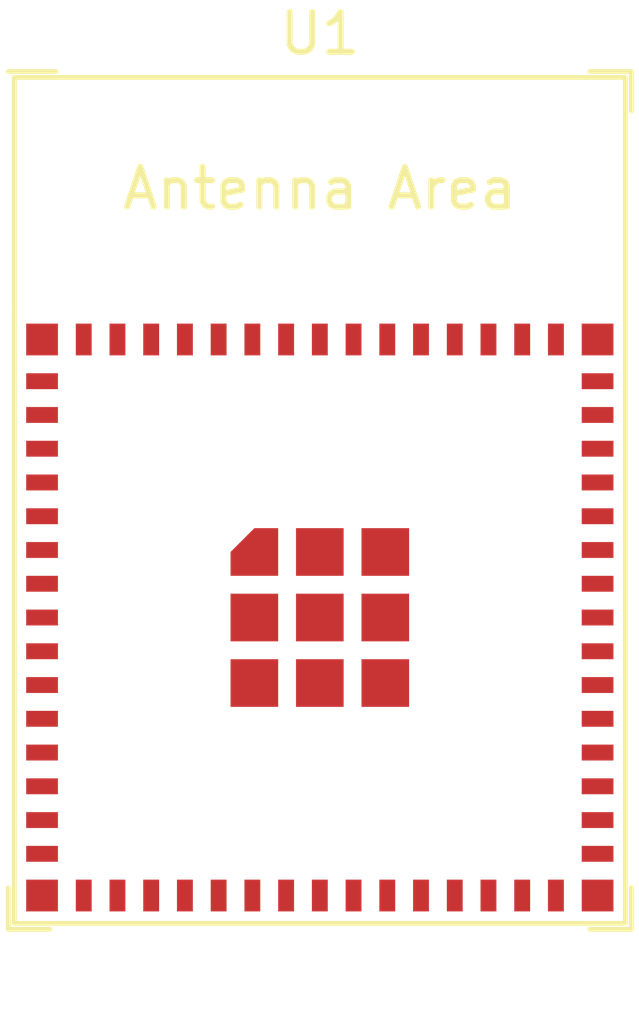
<source format=kicad_pcb>
(kicad_pcb (version 20241229) (generator "pcbnew") (generator_version "9.0")
  (layers (0 "F.Cu" signal) (2 "B.Cu" signal) (13 "F.Paste" user) (15 "B.Paste" user) (5 "F.SilkS" user "F.Silkscreen") (7 "B.SilkS" user "B.Silkscreen") (1 "F.Mask" user) (3 "B.Mask" user) (25 "Edge.Cuts" user))
  (net 0 "")
  (net 5 "Net-(U1-GND-Pad1)")
  (footprint "PCM_Espressif:ESP32-C5-MINI-1" (layer "F.Cu") (at 150 100)
    (property "Reference" "U1" (at 0 -14.7 0) (layer "F.SilkS"))
    (property "Value" "ESP32-C5-MINI-1")
    (fp_line (start -7.85 7.85) (end -7.85 6.8) (stroke (width 0.12)) (layer "F.SilkS"))
    (fp_line (start -7.7 -13.6) (end -7.7 -7.7) (stroke (width 0.12)) (layer "F.SilkS"))
    (fp_line (start -7.7 -13.6) (end 7.7 -13.6) (stroke (width 0.12)) (layer "F.SilkS"))
    (fp_line (start -7.7 7.7) (end -7.7 -7.7) (stroke (width 0.12)) (layer "F.SilkS"))
    (fp_line (start -6.8 7.85) (end -7.85 7.85) (stroke (width 0.12)) (layer "F.SilkS"))
    (fp_line (start -6.65 -13.75) (end -7.85 -13.75) (stroke (width 0.12)) (layer "F.SilkS"))
    (fp_line (start 6.8 -13.75) (end 7.85 -13.75) (stroke (width 0.12)) (layer "F.SilkS"))
    (fp_line (start 6.8 7.85) (end 7.85 7.85) (stroke (width 0.12)) (layer "F.SilkS"))
    (fp_line (start 7.7 -13.6) (end 7.7 -7.7) (stroke (width 0.12)) (layer "F.SilkS"))
    (fp_line (start 7.7 -7.7) (end 7.7 7.7) (stroke (width 0.12)) (layer "F.SilkS"))
    (fp_line (start 7.7 7.7) (end -7.7 7.7) (stroke (width 0.12)) (layer "F.SilkS"))
    (fp_line (start 7.85 -13.75) (end 7.85 -12.75) (stroke (width 0.12)) (layer "F.SilkS"))
    (fp_line (start 7.85 7.85) (end 7.85 6.8) (stroke (width 0.12)) (layer "F.SilkS"))
    (fp_text user "Antenna Area" (at 0 -10.8 0) (layer "F.SilkS"))
    (pad "1" smd rect (at -7 -5.95 90) (size 0.4 0.8) (layers "F.Cu" "F.Mask" "F.Paste") (net 5 "Net-(U1-GND-Pad1)"))
    (pad "2" smd rect (at -7 -5.1 90) (size 0.4 0.8) (layers "F.Cu" "F.Mask" "F.Paste") (net 5 "Net-(U1-GND-Pad1)"))
    (pad "3" smd rect (at -7 -4.25 90) (size 0.4 0.8) (layers "F.Cu" "F.Mask" "F.Paste"))
    (pad "4" smd rect (at -7 -3.4 90) (size 0.4 0.8) (layers "F.Cu" "F.Mask" "F.Paste"))
    (pad "5" smd rect (at -7 -2.55 90) (size 0.4 0.8) (layers "F.Cu" "F.Mask" "F.Paste"))
    (pad "6" smd rect (at -7 -1.7 90) (size 0.4 0.8) (layers "F.Cu" "F.Mask" "F.Paste"))
    (pad "7" smd rect (at -7 -0.85 90) (size 0.4 0.8) (layers "F.Cu" "F.Mask" "F.Paste"))
    (pad "8" smd rect (at -7 0 90) (size 0.4 0.8) (layers "F.Cu" "F.Mask" "F.Paste"))
    (pad "9" smd rect (at -7 0.85 90) (size 0.4 0.8) (layers "F.Cu" "F.Mask" "F.Paste"))
    (pad "10" smd rect (at -7 1.7 90) (size 0.4 0.8) (layers "F.Cu" "F.Mask" "F.Paste"))
    (pad "11" smd rect (at -7 2.55 90) (size 0.4 0.8) (layers "F.Cu" "F.Mask" "F.Paste"))
    (pad "12" smd rect (at -7 3.4 90) (size 0.4 0.8) (layers "F.Cu" "F.Mask" "F.Paste"))
    (pad "13" smd rect (at -7 4.25 90) (size 0.4 0.8) (layers "F.Cu" "F.Mask" "F.Paste"))
    (pad "14" smd rect (at -7 5.1 90) (size 0.4 0.8) (layers "F.Cu" "F.Mask" "F.Paste"))
    (pad "15" smd rect (at -7 5.95 90) (size 0.4 0.8) (layers "F.Cu" "F.Mask" "F.Paste"))
    (pad "16" smd rect (at -5.95 7) (size 0.4 0.8) (layers "F.Cu" "F.Mask" "F.Paste"))
    (pad "17" smd rect (at -5.1 7) (size 0.4 0.8) (layers "F.Cu" "F.Mask" "F.Paste"))
    (pad "18" smd rect (at -4.25 7) (size 0.4 0.8) (layers "F.Cu" "F.Mask" "F.Paste"))
    (pad "19" smd rect (at -3.4 7) (size 0.4 0.8) (layers "F.Cu" "F.Mask" "F.Paste"))
    (pad "20" smd rect (at -2.55 7) (size 0.4 0.8) (layers "F.Cu" "F.Mask" "F.Paste"))
    (pad "21" smd rect (at -1.7 7) (size 0.4 0.8) (layers "F.Cu" "F.Mask" "F.Paste"))
    (pad "22" smd rect (at -0.85 7) (size 0.4 0.8) (layers "F.Cu" "F.Mask" "F.Paste"))
    (pad "23" smd rect (at 0 7) (size 0.4 0.8) (layers "F.Cu" "F.Mask" "F.Paste"))
    (pad "24" smd rect (at 0.85 7) (size 0.4 0.8) (layers "F.Cu" "F.Mask" "F.Paste"))
    (pad "25" smd rect (at 1.7 7) (size 0.4 0.8) (layers "F.Cu" "F.Mask" "F.Paste"))
    (pad "26" smd rect (at 2.55 7) (size 0.4 0.8) (layers "F.Cu" "F.Mask" "F.Paste"))
    (pad "27" smd rect (at 3.4 7) (size 0.4 0.8) (layers "F.Cu" "F.Mask" "F.Paste"))
    (pad "28" smd rect (at 4.25 7) (size 0.4 0.8) (layers "F.Cu" "F.Mask" "F.Paste"))
    (pad "29" smd rect (at 5.1 7) (size 0.4 0.8) (layers "F.Cu" "F.Mask" "F.Paste"))
    (pad "30" smd rect (at 5.95 7) (size 0.4 0.8) (layers "F.Cu" "F.Mask" "F.Paste"))
    (pad "31" smd rect (at 7 5.95 90) (size 0.4 0.8) (layers "F.Cu" "F.Mask" "F.Paste"))
    (pad "32" smd rect (at 7 5.1 90) (size 0.4 0.8) (layers "F.Cu" "F.Mask" "F.Paste"))
    (pad "33" smd rect (at 7 4.25 90) (size 0.4 0.8) (layers "F.Cu" "F.Mask" "F.Paste"))
    (pad "34" smd rect (at 7 3.4 90) (size 0.4 0.8) (layers "F.Cu" "F.Mask" "F.Paste"))
    (pad "35" smd rect (at 7 2.55 90) (size 0.4 0.8) (layers "F.Cu" "F.Mask" "F.Paste"))
    (pad "36" smd rect (at 7 1.7 90) (size 0.4 0.8) (layers "F.Cu" "F.Mask" "F.Paste"))
    (pad "37" smd rect (at 7 0.85 90) (size 0.4 0.8) (layers "F.Cu" "F.Mask" "F.Paste"))
    (pad "38" smd rect (at 7 0 90) (size 0.4 0.8) (layers "F.Cu" "F.Mask" "F.Paste"))
    (pad "39" smd rect (at 7 -0.85 90) (size 0.4 0.8) (layers "F.Cu" "F.Mask" "F.Paste"))
    (pad "40" smd rect (at 7 -1.7 90) (size 0.4 0.8) (layers "F.Cu" "F.Mask" "F.Paste"))
    (pad "41" smd rect (at 7 -2.55 90) (size 0.4 0.8) (layers "F.Cu" "F.Mask" "F.Paste"))
    (pad "42" smd rect (at 7 -3.4 90) (size 0.4 0.8) (layers "F.Cu" "F.Mask" "F.Paste") (net 5 "Net-(U1-GND-Pad1)"))
    (pad "43" smd rect (at 7 -4.25 90) (size 0.4 0.8) (layers "F.Cu" "F.Mask" "F.Paste") (net 5 "Net-(U1-GND-Pad1)"))
    (pad "44" smd rect (at 7 -5.1 90) (size 0.4 0.8) (layers "F.Cu" "F.Mask" "F.Paste"))
    (pad "45" smd rect (at 7 -5.95 90) (size 0.4 0.8) (layers "F.Cu" "F.Mask" "F.Paste"))
    (pad "46" smd rect (at 5.95 -7) (size 0.4 0.8) (layers "F.Cu" "F.Mask" "F.Paste") (net 5 "Net-(U1-GND-Pad1)"))
    (pad "47" smd rect (at 5.1 -7) (size 0.4 0.8) (layers "F.Cu" "F.Mask" "F.Paste") (net 5 "Net-(U1-GND-Pad1)"))
    (pad "48" smd rect (at 4.25 -7) (size 0.4 0.8) (layers "F.Cu" "F.Mask" "F.Paste") (net 5 "Net-(U1-GND-Pad1)"))
    (pad "49" smd rect (at 3.4 -7) (size 0.4 0.8) (layers "F.Cu" "F.Mask" "F.Paste"))
    (pad "50" smd rect (at 2.55 -7) (size 0.4 0.8) (layers "F.Cu" "F.Mask" "F.Paste") (net 5 "Net-(U1-GND-Pad1)"))
    (pad "51" smd rect (at 1.7 -7) (size 0.4 0.8) (layers "F.Cu" "F.Mask" "F.Paste") (net 5 "Net-(U1-GND-Pad1)"))
    (pad "52" smd rect (at 0.85 -7) (size 0.4 0.8) (layers "F.Cu" "F.Mask" "F.Paste") (net 5 "Net-(U1-GND-Pad1)"))
    (pad "53" smd rect (at 0 -7) (size 0.4 0.8) (layers "F.Cu" "F.Mask" "F.Paste") (net 5 "Net-(U1-GND-Pad1)"))
    (pad "54" smd rect (at -0.85 -7) (size 0.4 0.8) (layers "F.Cu" "F.Mask" "F.Paste") (net 5 "Net-(U1-GND-Pad1)"))
    (pad "55" smd rect (at -1.7 -7) (size 0.4 0.8) (layers "F.Cu" "F.Mask" "F.Paste") (net 5 "Net-(U1-GND-Pad1)"))
    (pad "56" smd rect (at -2.55 -7) (size 0.4 0.8) (layers "F.Cu" "F.Mask" "F.Paste") (net 5 "Net-(U1-GND-Pad1)"))
    (pad "57" smd rect (at -3.4 -7) (size 0.4 0.8) (layers "F.Cu" "F.Mask" "F.Paste") (net 5 "Net-(U1-GND-Pad1)"))
    (pad "58" smd rect (at -4.25 -7) (size 0.4 0.8) (layers "F.Cu" "F.Mask" "F.Paste") (net 5 "Net-(U1-GND-Pad1)"))
    (pad "59" smd rect (at -5.1 -7) (size 0.4 0.8) (layers "F.Cu" "F.Mask" "F.Paste") (net 5 "Net-(U1-GND-Pad1)"))
    (pad "60" smd rect (at -5.95 -7) (size 0.4 0.8) (layers "F.Cu" "F.Mask" "F.Paste") (net 5 "Net-(U1-GND-Pad1)"))
    (pad "61" smd custom (at -1.65 -1.65) (size 0.6 0.6) (layers "F.Cu" "F.Mask" "F.Paste") (net 5 "Net-(U1-GND-Pad1)") (options (clearance outline) (anchor rect)) (primitives (gr_poly (pts (xy 0.6 0.6) (xy -0.6 0.6) (xy -0.6 0) (xy 0 -0.6) (xy 0.6 -0.6)) (width 0) (fill yes))))
    (pad "61" smd rect (at -1.65 0) (size 1.2 1.2) (layers "F.Cu" "F.Mask" "F.Paste") (net 5 "Net-(U1-GND-Pad1)"))
    (pad "61" smd rect (at -1.65 1.65) (size 1.2 1.2) (layers "F.Cu" "F.Mask" "F.Paste") (net 5 "Net-(U1-GND-Pad1)"))
    (pad "61" smd rect (at 0 -1.65) (size 1.2 1.2) (layers "F.Cu" "F.Mask" "F.Paste") (net 5 "Net-(U1-GND-Pad1)"))
    (pad "61" smd rect (at 0 0) (size 1.2 1.2) (layers "F.Cu" "F.Mask" "F.Paste") (net 5 "Net-(U1-GND-Pad1)"))
    (pad "61" smd rect (at 0 1.65) (size 1.2 1.2) (layers "F.Cu" "F.Mask" "F.Paste") (net 5 "Net-(U1-GND-Pad1)"))
    (pad "61" smd rect (at 1.65 -1.65) (size 1.2 1.2) (layers "F.Cu" "F.Mask" "F.Paste") (net 5 "Net-(U1-GND-Pad1)"))
    (pad "61" smd rect (at 1.65 0) (size 1.2 1.2) (layers "F.Cu" "F.Mask" "F.Paste") (net 5 "Net-(U1-GND-Pad1)"))
    (pad "61" smd rect (at 1.65 1.65) (size 1.2 1.2) (layers "F.Cu" "F.Mask" "F.Paste") (net 5 "Net-(U1-GND-Pad1)"))
    (pad "62" smd rect (at -7 -7 180) (size 0.8 0.8) (layers "F.Cu" "F.Mask" "F.Paste") (net 5 "Net-(U1-GND-Pad1)"))
    (pad "63" smd rect (at -7 7 180) (size 0.8 0.8) (layers "F.Cu" "F.Mask" "F.Paste") (net 5 "Net-(U1-GND-Pad1)"))
    (pad "64" smd rect (at 7 7 180) (size 0.8 0.8) (layers "F.Cu" "F.Mask" "F.Paste") (net 5 "Net-(U1-GND-Pad1)"))
    (pad "65" smd rect (at 7 -7 180) (size 0.8 0.8) (layers "F.Cu" "F.Mask" "F.Paste") (net 5 "Net-(U1-GND-Pad1)"))
  )
)
</source>
